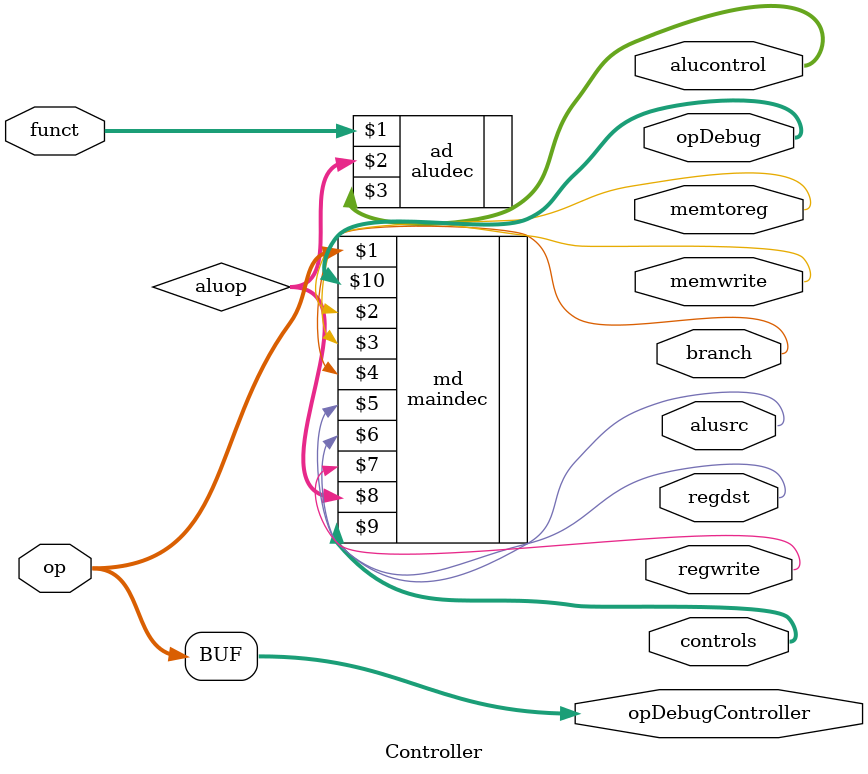
<source format=sv>
module Controller(input  logic[5:0] op, funct,
                  output logic     memtoreg, memwrite,
                  output logic     alusrc,
                  output logic     regdst, regwrite,
                  output logic[2:0] alucontrol,
                  output logic branch
                  ,output logic [7:0] controls,output logic [5:0] opDebug, output logic [5:0] opDebugController);

   logic [1:0] aluop;
   assign opDebugController = op;
  maindec md (op, memtoreg, memwrite, branch, alusrc, regdst, regwrite, aluop,controls, opDebug);

   aludec  ad (funct, aluop, alucontrol);

endmodule
</source>
